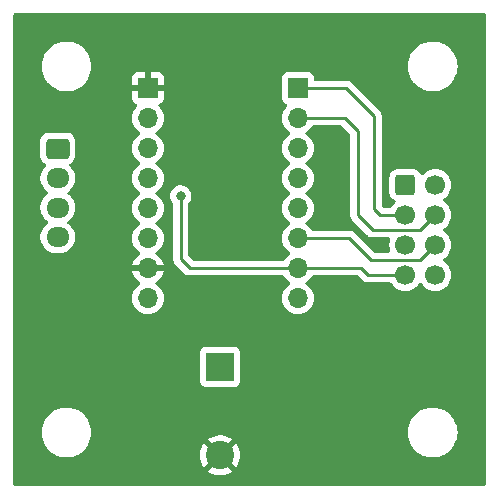
<source format=gbr>
%TF.GenerationSoftware,KiCad,Pcbnew,8.0.8*%
%TF.CreationDate,2025-02-17T18:22:25+00:00*%
%TF.ProjectId,tmc2208-adapter,746d6332-3230-4382-9d61-646170746572,rev?*%
%TF.SameCoordinates,Original*%
%TF.FileFunction,Copper,L2,Bot*%
%TF.FilePolarity,Positive*%
%FSLAX46Y46*%
G04 Gerber Fmt 4.6, Leading zero omitted, Abs format (unit mm)*
G04 Created by KiCad (PCBNEW 8.0.8) date 2025-02-17 18:22:25*
%MOMM*%
%LPD*%
G01*
G04 APERTURE LIST*
G04 Aperture macros list*
%AMRoundRect*
0 Rectangle with rounded corners*
0 $1 Rounding radius*
0 $2 $3 $4 $5 $6 $7 $8 $9 X,Y pos of 4 corners*
0 Add a 4 corners polygon primitive as box body*
4,1,4,$2,$3,$4,$5,$6,$7,$8,$9,$2,$3,0*
0 Add four circle primitives for the rounded corners*
1,1,$1+$1,$2,$3*
1,1,$1+$1,$4,$5*
1,1,$1+$1,$6,$7*
1,1,$1+$1,$8,$9*
0 Add four rect primitives between the rounded corners*
20,1,$1+$1,$2,$3,$4,$5,0*
20,1,$1+$1,$4,$5,$6,$7,0*
20,1,$1+$1,$6,$7,$8,$9,0*
20,1,$1+$1,$8,$9,$2,$3,0*%
G04 Aperture macros list end*
%TA.AperFunction,ComponentPad*%
%ADD10RoundRect,0.250000X-0.725000X0.600000X-0.725000X-0.600000X0.725000X-0.600000X0.725000X0.600000X0*%
%TD*%
%TA.AperFunction,ComponentPad*%
%ADD11O,1.950000X1.700000*%
%TD*%
%TA.AperFunction,ComponentPad*%
%ADD12C,1.700000*%
%TD*%
%TA.AperFunction,ComponentPad*%
%ADD13RoundRect,0.250000X-0.600000X-0.600000X0.600000X-0.600000X0.600000X0.600000X-0.600000X0.600000X0*%
%TD*%
%TA.AperFunction,ComponentPad*%
%ADD14R,1.700000X1.700000*%
%TD*%
%TA.AperFunction,ComponentPad*%
%ADD15O,1.700000X1.700000*%
%TD*%
%TA.AperFunction,ComponentPad*%
%ADD16R,2.400000X2.400000*%
%TD*%
%TA.AperFunction,ComponentPad*%
%ADD17C,2.400000*%
%TD*%
%TA.AperFunction,ViaPad*%
%ADD18C,0.800000*%
%TD*%
%TA.AperFunction,Conductor*%
%ADD19C,0.254000*%
%TD*%
G04 APERTURE END LIST*
D10*
%TO.P,J4,1,Pin_1*%
%TO.N,M2B*%
X199260000Y-86960000D03*
D11*
%TO.P,J4,2,Pin_2*%
%TO.N,M2A*%
X199260000Y-89460000D03*
%TO.P,J4,3,Pin_3*%
%TO.N,M1A*%
X199260000Y-91960000D03*
%TO.P,J4,4,Pin_4*%
%TO.N,M1B*%
X199260000Y-94460000D03*
%TD*%
D12*
%TO.P,J3,8,Pin_8*%
%TO.N,VCC*%
X231230000Y-97668000D03*
%TO.P,J3,7,Pin_7*%
%TO.N,MS1*%
X228690000Y-97668000D03*
%TO.P,J3,6,Pin_6*%
%TO.N,MS2*%
X231230000Y-95128000D03*
%TO.P,J3,5,Pin_5*%
%TO.N,GND*%
X228690000Y-95128000D03*
%TO.P,J3,4,Pin_4*%
%TO.N,STEP*%
X231230000Y-92588000D03*
%TO.P,J3,3,Pin_3*%
%TO.N,DIR*%
X228690000Y-92588000D03*
%TO.P,J3,2,Pin_2*%
%TO.N,EN*%
X231230000Y-90048000D03*
D13*
%TO.P,J3,1,Pin_1*%
%TO.N,+3V3*%
X228690000Y-90048000D03*
%TD*%
D14*
%TO.P,J2,1,Pin_1*%
%TO.N,DIR*%
X219580000Y-81840000D03*
D15*
%TO.P,J2,2,Pin_2*%
%TO.N,STEP*%
X219580000Y-84380000D03*
%TO.P,J2,3,Pin_3*%
%TO.N,CLK*%
X219580000Y-86920000D03*
%TO.P,J2,4,Pin_4*%
%TO.N,PDN*%
X219580000Y-89460000D03*
%TO.P,J2,5,Pin_5*%
%TO.N,UART*%
X219580000Y-92000000D03*
%TO.P,J2,6,Pin_6*%
%TO.N,MS2*%
X219580000Y-94540000D03*
%TO.P,J2,7,Pin_7*%
%TO.N,MS1*%
X219580000Y-97080000D03*
%TO.P,J2,8,Pin_8*%
%TO.N,EN*%
X219580000Y-99620000D03*
%TD*%
D14*
%TO.P,J1,1,Pin_1*%
%TO.N,GND*%
X206880000Y-81840000D03*
D15*
%TO.P,J1,2,Pin_2*%
%TO.N,+3V3*%
X206880000Y-84380000D03*
%TO.P,J1,3,Pin_3*%
%TO.N,M2B*%
X206880000Y-86920000D03*
%TO.P,J1,4,Pin_4*%
%TO.N,M2A*%
X206880000Y-89460000D03*
%TO.P,J1,5,Pin_5*%
%TO.N,M1A*%
X206880000Y-92000000D03*
%TO.P,J1,6,Pin_6*%
%TO.N,M1B*%
X206880000Y-94540000D03*
%TO.P,J1,7,Pin_7*%
%TO.N,GND*%
X206880000Y-97080000D03*
%TO.P,J1,8,Pin_8*%
%TO.N,VCC*%
X206880000Y-99620000D03*
%TD*%
D16*
%TO.P,C1,1*%
%TO.N,VCC*%
X213000000Y-105434785D03*
D17*
%TO.P,C1,2*%
%TO.N,GND*%
X213000000Y-112934785D03*
%TD*%
D18*
%TO.N,GND*%
X226623000Y-95193000D03*
X234000000Y-77000000D03*
X234000000Y-114000000D03*
X197000000Y-114000000D03*
X197000000Y-83000000D03*
X211000000Y-82000000D03*
X223000000Y-101000000D03*
X227000000Y-108000000D03*
X222000000Y-108000000D03*
X203000000Y-83000000D03*
X215000000Y-95000000D03*
X212000000Y-95000000D03*
X233000000Y-107000000D03*
X226000000Y-113000000D03*
X221000000Y-113000000D03*
X204000000Y-113000000D03*
X203000000Y-106000000D03*
X198000000Y-106000000D03*
X203000000Y-100000000D03*
X198000000Y-100000000D03*
X216000000Y-100000000D03*
X211000000Y-100000000D03*
X228000000Y-100000000D03*
X231000000Y-87000000D03*
X223000000Y-92000000D03*
X223000000Y-87000000D03*
X217000000Y-88000000D03*
X217000000Y-85000000D03*
X213000000Y-85000000D03*
X234000000Y-83000000D03*
X229000000Y-77000000D03*
X222000000Y-77000000D03*
X215000000Y-77000000D03*
X209000000Y-77000000D03*
X203000000Y-77000000D03*
X197000000Y-77000000D03*
%TO.N,MS1*%
X209674000Y-90984000D03*
%TD*%
D19*
%TO.N,MS1*%
X219580000Y-97080000D02*
X224969000Y-97080000D01*
X224969000Y-97080000D02*
X225557000Y-97668000D01*
X225557000Y-97668000D02*
X228690000Y-97668000D01*
%TO.N,MS2*%
X219580000Y-94540000D02*
X223953000Y-94540000D01*
X223953000Y-94540000D02*
X225806000Y-96393000D01*
X225806000Y-96393000D02*
X229965000Y-96393000D01*
X229965000Y-96393000D02*
X231230000Y-95128000D01*
%TO.N,STEP*%
X219580000Y-84380000D02*
X223572000Y-84380000D01*
X223572000Y-84380000D02*
X224663000Y-85471000D01*
X224663000Y-92583000D02*
X225933000Y-93853000D01*
X224663000Y-85471000D02*
X224663000Y-92583000D01*
X225933000Y-93853000D02*
X229965000Y-93853000D01*
X229965000Y-93853000D02*
X231230000Y-92588000D01*
%TO.N,DIR*%
X219580000Y-81840000D02*
X223699000Y-81840000D01*
X223699000Y-81840000D02*
X226060000Y-84201000D01*
X226060000Y-84201000D02*
X226060000Y-92075000D01*
X226060000Y-92075000D02*
X226573000Y-92588000D01*
X226573000Y-92588000D02*
X228690000Y-92588000D01*
%TO.N,MS1*%
X209674000Y-96318000D02*
X210436000Y-97080000D01*
X209674000Y-90984000D02*
X209674000Y-96318000D01*
X210436000Y-97080000D02*
X219580000Y-97080000D01*
%TD*%
%TA.AperFunction,Conductor*%
%TO.N,GND*%
G36*
X223327758Y-85027185D02*
G01*
X223348400Y-85043819D01*
X223999181Y-85694600D01*
X224032666Y-85755923D01*
X224035500Y-85782281D01*
X224035500Y-92521197D01*
X224035500Y-92644803D01*
X224059614Y-92766034D01*
X224064215Y-92777141D01*
X224064216Y-92777144D01*
X224106915Y-92880230D01*
X224106920Y-92880238D01*
X224161586Y-92962051D01*
X224161587Y-92962052D01*
X224175590Y-92983010D01*
X224175591Y-92983011D01*
X225445589Y-94253008D01*
X225497167Y-94304586D01*
X225532993Y-94340412D01*
X225635760Y-94409079D01*
X225635773Y-94409086D01*
X225734958Y-94450169D01*
X225749965Y-94456385D01*
X225749969Y-94456385D01*
X225749970Y-94456386D01*
X225871194Y-94480500D01*
X227307733Y-94480500D01*
X227374772Y-94500185D01*
X227420527Y-94552989D01*
X227430471Y-94622147D01*
X227420115Y-94656905D01*
X227416570Y-94664507D01*
X227416566Y-94664516D01*
X227355432Y-94892673D01*
X227355430Y-94892684D01*
X227334843Y-95127998D01*
X227334843Y-95128001D01*
X227355430Y-95363315D01*
X227355432Y-95363326D01*
X227416566Y-95591483D01*
X227418419Y-95596572D01*
X227416682Y-95597204D01*
X227425945Y-95658169D01*
X227397427Y-95721954D01*
X227338952Y-95760195D01*
X227303070Y-95765500D01*
X226117281Y-95765500D01*
X226050242Y-95745815D01*
X226029600Y-95729181D01*
X224353011Y-94052591D01*
X224353009Y-94052589D01*
X224340579Y-94044284D01*
X224328233Y-94036035D01*
X224250238Y-93983920D01*
X224250226Y-93983913D01*
X224216785Y-93970062D01*
X224136035Y-93936614D01*
X224136027Y-93936612D01*
X224014807Y-93912500D01*
X224014803Y-93912500D01*
X220853826Y-93912500D01*
X220786787Y-93892815D01*
X220752251Y-93859623D01*
X220618494Y-93668597D01*
X220451402Y-93501506D01*
X220451396Y-93501501D01*
X220265842Y-93371575D01*
X220222217Y-93316998D01*
X220215023Y-93247500D01*
X220246546Y-93185145D01*
X220265842Y-93168425D01*
X220342068Y-93115051D01*
X220451401Y-93038495D01*
X220618495Y-92871401D01*
X220754035Y-92677830D01*
X220853903Y-92463663D01*
X220915063Y-92235408D01*
X220935659Y-92000000D01*
X220915063Y-91764592D01*
X220853903Y-91536337D01*
X220754035Y-91322171D01*
X220751115Y-91318000D01*
X220618494Y-91128597D01*
X220451402Y-90961506D01*
X220451396Y-90961501D01*
X220265842Y-90831575D01*
X220222217Y-90776998D01*
X220215023Y-90707500D01*
X220246546Y-90645145D01*
X220265842Y-90628425D01*
X220292611Y-90609681D01*
X220451401Y-90498495D01*
X220618495Y-90331401D01*
X220754035Y-90137830D01*
X220853903Y-89923663D01*
X220915063Y-89695408D01*
X220935659Y-89460000D01*
X220915063Y-89224592D01*
X220853903Y-88996337D01*
X220754035Y-88782171D01*
X220748383Y-88774098D01*
X220618494Y-88588597D01*
X220451402Y-88421506D01*
X220451396Y-88421501D01*
X220265842Y-88291575D01*
X220222217Y-88236998D01*
X220215023Y-88167500D01*
X220246546Y-88105145D01*
X220265842Y-88088425D01*
X220351201Y-88028656D01*
X220451401Y-87958495D01*
X220618495Y-87791401D01*
X220754035Y-87597830D01*
X220853903Y-87383663D01*
X220915063Y-87155408D01*
X220935659Y-86920000D01*
X220915063Y-86684592D01*
X220853903Y-86456337D01*
X220754035Y-86242171D01*
X220729551Y-86207203D01*
X220618494Y-86048597D01*
X220451402Y-85881506D01*
X220451396Y-85881501D01*
X220265842Y-85751575D01*
X220222217Y-85696998D01*
X220215023Y-85627500D01*
X220246546Y-85565145D01*
X220265842Y-85548425D01*
X220288026Y-85532891D01*
X220451401Y-85418495D01*
X220618495Y-85251401D01*
X220752252Y-85060375D01*
X220806829Y-85016752D01*
X220853827Y-85007500D01*
X223260719Y-85007500D01*
X223327758Y-85027185D01*
G37*
%TD.AperFunction*%
%TA.AperFunction,Conductor*%
G36*
X235442539Y-75520185D02*
G01*
X235488294Y-75572989D01*
X235499500Y-75624500D01*
X235499500Y-115375500D01*
X235479815Y-115442539D01*
X235427011Y-115488294D01*
X235375500Y-115499500D01*
X195624500Y-115499500D01*
X195557461Y-115479815D01*
X195511706Y-115427011D01*
X195500500Y-115375500D01*
X195500500Y-111000000D01*
X197894592Y-111000000D01*
X197914201Y-111286680D01*
X197972666Y-111568034D01*
X197972667Y-111568037D01*
X198068894Y-111838793D01*
X198068893Y-111838793D01*
X198201098Y-112093935D01*
X198366812Y-112328700D01*
X198451923Y-112419831D01*
X198562947Y-112538708D01*
X198785853Y-112720055D01*
X199009065Y-112855794D01*
X199031382Y-112869365D01*
X199218237Y-112950526D01*
X199294942Y-112983844D01*
X199571642Y-113061371D01*
X199821920Y-113095771D01*
X199856321Y-113100500D01*
X199856322Y-113100500D01*
X200143679Y-113100500D01*
X200174370Y-113096281D01*
X200428358Y-113061371D01*
X200705058Y-112983844D01*
X200818013Y-112934780D01*
X211295233Y-112934780D01*
X211295233Y-112934789D01*
X211314273Y-113188864D01*
X211370968Y-113437262D01*
X211370973Y-113437279D01*
X211464058Y-113674456D01*
X211464057Y-113674456D01*
X211591457Y-113895117D01*
X211633452Y-113947778D01*
X212435387Y-113145843D01*
X212440889Y-113166376D01*
X212519881Y-113303193D01*
X212631592Y-113414904D01*
X212768409Y-113493896D01*
X212788940Y-113499397D01*
X211986813Y-114301522D01*
X212147623Y-114411160D01*
X212147624Y-114411161D01*
X212377176Y-114521706D01*
X212377174Y-114521706D01*
X212620652Y-114596809D01*
X212620658Y-114596811D01*
X212872595Y-114634784D01*
X212872604Y-114634785D01*
X213127396Y-114634785D01*
X213127404Y-114634784D01*
X213379341Y-114596811D01*
X213379347Y-114596809D01*
X213622824Y-114521706D01*
X213852381Y-114411158D01*
X214013185Y-114301522D01*
X213211059Y-113499397D01*
X213231591Y-113493896D01*
X213368408Y-113414904D01*
X213480119Y-113303193D01*
X213559111Y-113166376D01*
X213564612Y-113145845D01*
X214366545Y-113947778D01*
X214408545Y-113895112D01*
X214535941Y-113674456D01*
X214629026Y-113437279D01*
X214629031Y-113437262D01*
X214685726Y-113188864D01*
X214704767Y-112934789D01*
X214704767Y-112934780D01*
X214685726Y-112680705D01*
X214629031Y-112432307D01*
X214629026Y-112432290D01*
X214535941Y-112195113D01*
X214535942Y-112195113D01*
X214408544Y-111974456D01*
X214366545Y-111921790D01*
X213564612Y-112723724D01*
X213559111Y-112703194D01*
X213480119Y-112566377D01*
X213368408Y-112454666D01*
X213231591Y-112375674D01*
X213211058Y-112370172D01*
X214013185Y-111568046D01*
X213852377Y-111458409D01*
X213852376Y-111458408D01*
X213622823Y-111347863D01*
X213622825Y-111347863D01*
X213379347Y-111272760D01*
X213379341Y-111272758D01*
X213127404Y-111234785D01*
X212872595Y-111234785D01*
X212620658Y-111272758D01*
X212620652Y-111272760D01*
X212377175Y-111347863D01*
X212147624Y-111458408D01*
X212147616Y-111458413D01*
X211986813Y-111568046D01*
X212788940Y-112370172D01*
X212768409Y-112375674D01*
X212631592Y-112454666D01*
X212519881Y-112566377D01*
X212440889Y-112703194D01*
X212435387Y-112723725D01*
X211633453Y-111921791D01*
X211591455Y-111974455D01*
X211464058Y-112195113D01*
X211370973Y-112432290D01*
X211370968Y-112432307D01*
X211314273Y-112680705D01*
X211295233Y-112934780D01*
X200818013Y-112934780D01*
X200818015Y-112934779D01*
X200968617Y-112869365D01*
X200968620Y-112869363D01*
X200968625Y-112869361D01*
X201214147Y-112720055D01*
X201437053Y-112538708D01*
X201633189Y-112328698D01*
X201798901Y-112093936D01*
X201931104Y-111838797D01*
X202027334Y-111568032D01*
X202085798Y-111286686D01*
X202105408Y-111000000D01*
X228894592Y-111000000D01*
X228914201Y-111286680D01*
X228972666Y-111568034D01*
X228972667Y-111568037D01*
X229068894Y-111838793D01*
X229068893Y-111838793D01*
X229201098Y-112093935D01*
X229366812Y-112328700D01*
X229451923Y-112419831D01*
X229562947Y-112538708D01*
X229785853Y-112720055D01*
X230009065Y-112855794D01*
X230031382Y-112869365D01*
X230218237Y-112950526D01*
X230294942Y-112983844D01*
X230571642Y-113061371D01*
X230821920Y-113095771D01*
X230856321Y-113100500D01*
X230856322Y-113100500D01*
X231143679Y-113100500D01*
X231174370Y-113096281D01*
X231428358Y-113061371D01*
X231705058Y-112983844D01*
X231818015Y-112934779D01*
X231968617Y-112869365D01*
X231968620Y-112869363D01*
X231968625Y-112869361D01*
X232214147Y-112720055D01*
X232437053Y-112538708D01*
X232633189Y-112328698D01*
X232798901Y-112093936D01*
X232931104Y-111838797D01*
X233027334Y-111568032D01*
X233085798Y-111286686D01*
X233105408Y-111000000D01*
X233085798Y-110713314D01*
X233027334Y-110431968D01*
X232931105Y-110161206D01*
X232931106Y-110161206D01*
X232798901Y-109906064D01*
X232633187Y-109671299D01*
X232554554Y-109587105D01*
X232437053Y-109461292D01*
X232214147Y-109279945D01*
X232214146Y-109279944D01*
X231968617Y-109130634D01*
X231705063Y-109016158D01*
X231705061Y-109016157D01*
X231705058Y-109016156D01*
X231575578Y-108979877D01*
X231428364Y-108938630D01*
X231428359Y-108938629D01*
X231428358Y-108938629D01*
X231286018Y-108919064D01*
X231143679Y-108899500D01*
X231143678Y-108899500D01*
X230856322Y-108899500D01*
X230856321Y-108899500D01*
X230571642Y-108938629D01*
X230571635Y-108938630D01*
X230363861Y-108996845D01*
X230294942Y-109016156D01*
X230294939Y-109016156D01*
X230294936Y-109016158D01*
X230294935Y-109016158D01*
X230031382Y-109130634D01*
X229785853Y-109279944D01*
X229562950Y-109461289D01*
X229366812Y-109671299D01*
X229201098Y-109906064D01*
X229068894Y-110161206D01*
X228972667Y-110431962D01*
X228972666Y-110431965D01*
X228914201Y-110713319D01*
X228894592Y-111000000D01*
X202105408Y-111000000D01*
X202085798Y-110713314D01*
X202027334Y-110431968D01*
X201931105Y-110161206D01*
X201931106Y-110161206D01*
X201798901Y-109906064D01*
X201633187Y-109671299D01*
X201554554Y-109587105D01*
X201437053Y-109461292D01*
X201214147Y-109279945D01*
X201214146Y-109279944D01*
X200968617Y-109130634D01*
X200705063Y-109016158D01*
X200705061Y-109016157D01*
X200705058Y-109016156D01*
X200575578Y-108979877D01*
X200428364Y-108938630D01*
X200428359Y-108938629D01*
X200428358Y-108938629D01*
X200286018Y-108919064D01*
X200143679Y-108899500D01*
X200143678Y-108899500D01*
X199856322Y-108899500D01*
X199856321Y-108899500D01*
X199571642Y-108938629D01*
X199571635Y-108938630D01*
X199363861Y-108996845D01*
X199294942Y-109016156D01*
X199294939Y-109016156D01*
X199294936Y-109016158D01*
X199294935Y-109016158D01*
X199031382Y-109130634D01*
X198785853Y-109279944D01*
X198562950Y-109461289D01*
X198366812Y-109671299D01*
X198201098Y-109906064D01*
X198068894Y-110161206D01*
X197972667Y-110431962D01*
X197972666Y-110431965D01*
X197914201Y-110713319D01*
X197894592Y-111000000D01*
X195500500Y-111000000D01*
X195500500Y-104186920D01*
X211299500Y-104186920D01*
X211299500Y-106682655D01*
X211299501Y-106682661D01*
X211305908Y-106742268D01*
X211356202Y-106877113D01*
X211356206Y-106877120D01*
X211442452Y-106992329D01*
X211442455Y-106992332D01*
X211557664Y-107078578D01*
X211557671Y-107078582D01*
X211692517Y-107128876D01*
X211692516Y-107128876D01*
X211699444Y-107129620D01*
X211752127Y-107135285D01*
X214247872Y-107135284D01*
X214307483Y-107128876D01*
X214442331Y-107078581D01*
X214557546Y-106992331D01*
X214643796Y-106877116D01*
X214694091Y-106742268D01*
X214700500Y-106682658D01*
X214700499Y-104186913D01*
X214694091Y-104127302D01*
X214643796Y-103992454D01*
X214643795Y-103992453D01*
X214643793Y-103992449D01*
X214557547Y-103877240D01*
X214557544Y-103877237D01*
X214442335Y-103790991D01*
X214442328Y-103790987D01*
X214307482Y-103740693D01*
X214307483Y-103740693D01*
X214247883Y-103734286D01*
X214247881Y-103734285D01*
X214247873Y-103734285D01*
X214247864Y-103734285D01*
X211752129Y-103734285D01*
X211752123Y-103734286D01*
X211692516Y-103740693D01*
X211557671Y-103790987D01*
X211557664Y-103790991D01*
X211442455Y-103877237D01*
X211442452Y-103877240D01*
X211356206Y-103992449D01*
X211356202Y-103992456D01*
X211305908Y-104127302D01*
X211299501Y-104186901D01*
X211299501Y-104186908D01*
X211299500Y-104186920D01*
X195500500Y-104186920D01*
X195500500Y-86309983D01*
X197784500Y-86309983D01*
X197784500Y-87610001D01*
X197784501Y-87610018D01*
X197795000Y-87712796D01*
X197795001Y-87712799D01*
X197821048Y-87791402D01*
X197850186Y-87879334D01*
X197899014Y-87958498D01*
X197942289Y-88028657D01*
X198066344Y-88152712D01*
X198221120Y-88248178D01*
X198267845Y-88300126D01*
X198279068Y-88369088D01*
X198251224Y-88433171D01*
X198243706Y-88441398D01*
X198104889Y-88580215D01*
X197979951Y-88752179D01*
X197883444Y-88941585D01*
X197817753Y-89143760D01*
X197806205Y-89216671D01*
X197784500Y-89353713D01*
X197784500Y-89566287D01*
X197817754Y-89776243D01*
X197865654Y-89923664D01*
X197883444Y-89978414D01*
X197979951Y-90167820D01*
X198104890Y-90339786D01*
X198255209Y-90490105D01*
X198255214Y-90490109D01*
X198419793Y-90609682D01*
X198462459Y-90665011D01*
X198468438Y-90734625D01*
X198435833Y-90796420D01*
X198419793Y-90810318D01*
X198255214Y-90929890D01*
X198255209Y-90929894D01*
X198104890Y-91080213D01*
X197979951Y-91252179D01*
X197883444Y-91441585D01*
X197817753Y-91643760D01*
X197784500Y-91853713D01*
X197784500Y-92066286D01*
X197811285Y-92235403D01*
X197817754Y-92276243D01*
X197865137Y-92422073D01*
X197883444Y-92478414D01*
X197979951Y-92667820D01*
X198104890Y-92839786D01*
X198255209Y-92990105D01*
X198255214Y-92990109D01*
X198419793Y-93109682D01*
X198462459Y-93165011D01*
X198468438Y-93234625D01*
X198435833Y-93296420D01*
X198419793Y-93310318D01*
X198255214Y-93429890D01*
X198255209Y-93429894D01*
X198104890Y-93580213D01*
X197979951Y-93752179D01*
X197883444Y-93941585D01*
X197817753Y-94143760D01*
X197784500Y-94353713D01*
X197784500Y-94566286D01*
X197817622Y-94775413D01*
X197817754Y-94776243D01*
X197855558Y-94892592D01*
X197883444Y-94978414D01*
X197979951Y-95167820D01*
X198104890Y-95339786D01*
X198255213Y-95490109D01*
X198427179Y-95615048D01*
X198427181Y-95615049D01*
X198427184Y-95615051D01*
X198616588Y-95711557D01*
X198818757Y-95777246D01*
X199028713Y-95810500D01*
X199028714Y-95810500D01*
X199491286Y-95810500D01*
X199491287Y-95810500D01*
X199701243Y-95777246D01*
X199903412Y-95711557D01*
X200092816Y-95615051D01*
X200143127Y-95578498D01*
X200264786Y-95490109D01*
X200264788Y-95490106D01*
X200264792Y-95490104D01*
X200415104Y-95339792D01*
X200415106Y-95339788D01*
X200415109Y-95339786D01*
X200540048Y-95167820D01*
X200540047Y-95167820D01*
X200540051Y-95167816D01*
X200636557Y-94978412D01*
X200702246Y-94776243D01*
X200735500Y-94566287D01*
X200735500Y-94353713D01*
X200702246Y-94143757D01*
X200636557Y-93941588D01*
X200540051Y-93752184D01*
X200540049Y-93752181D01*
X200540048Y-93752179D01*
X200415109Y-93580213D01*
X200264792Y-93429896D01*
X200184519Y-93371575D01*
X200100204Y-93310316D01*
X200057540Y-93254989D01*
X200051561Y-93185376D01*
X200084166Y-93123580D01*
X200100199Y-93109686D01*
X200264792Y-92990104D01*
X200415104Y-92839792D01*
X200415106Y-92839788D01*
X200415109Y-92839786D01*
X200524086Y-92689789D01*
X200540051Y-92667816D01*
X200636557Y-92478412D01*
X200702246Y-92276243D01*
X200735500Y-92066287D01*
X200735500Y-91853713D01*
X200702246Y-91643757D01*
X200636557Y-91441588D01*
X200540051Y-91252184D01*
X200540049Y-91252181D01*
X200540048Y-91252179D01*
X200415109Y-91080213D01*
X200264792Y-90929896D01*
X200250341Y-90919397D01*
X200100204Y-90810316D01*
X200057540Y-90754989D01*
X200051561Y-90685376D01*
X200084166Y-90623580D01*
X200100199Y-90609686D01*
X200264792Y-90490104D01*
X200415104Y-90339792D01*
X200415106Y-90339788D01*
X200415109Y-90339786D01*
X200540048Y-90167820D01*
X200540047Y-90167820D01*
X200540051Y-90167816D01*
X200636557Y-89978412D01*
X200702246Y-89776243D01*
X200735500Y-89566287D01*
X200735500Y-89353713D01*
X200702246Y-89143757D01*
X200636557Y-88941588D01*
X200540051Y-88752184D01*
X200540049Y-88752181D01*
X200540048Y-88752179D01*
X200415109Y-88580213D01*
X200276294Y-88441398D01*
X200242809Y-88380075D01*
X200247793Y-88310383D01*
X200289665Y-88254450D01*
X200298879Y-88248178D01*
X200304331Y-88244814D01*
X200304334Y-88244814D01*
X200453656Y-88152712D01*
X200577712Y-88028656D01*
X200669814Y-87879334D01*
X200724999Y-87712797D01*
X200735500Y-87610009D01*
X200735499Y-86309992D01*
X200724999Y-86207203D01*
X200669814Y-86040666D01*
X200577712Y-85891344D01*
X200453656Y-85767288D01*
X200304334Y-85675186D01*
X200137797Y-85620001D01*
X200137795Y-85620000D01*
X200035010Y-85609500D01*
X198484998Y-85609500D01*
X198484981Y-85609501D01*
X198382203Y-85620000D01*
X198382200Y-85620001D01*
X198215668Y-85675185D01*
X198215663Y-85675187D01*
X198066342Y-85767289D01*
X197942289Y-85891342D01*
X197850187Y-86040663D01*
X197850186Y-86040666D01*
X197795001Y-86207203D01*
X197795001Y-86207204D01*
X197795000Y-86207204D01*
X197784500Y-86309983D01*
X195500500Y-86309983D01*
X195500500Y-84379999D01*
X205524341Y-84379999D01*
X205524341Y-84380000D01*
X205544936Y-84615403D01*
X205544938Y-84615413D01*
X205606094Y-84843655D01*
X205606096Y-84843659D01*
X205606097Y-84843663D01*
X205671346Y-84983589D01*
X205705965Y-85057830D01*
X205705967Y-85057834D01*
X205841501Y-85251395D01*
X205841506Y-85251402D01*
X206008597Y-85418493D01*
X206008603Y-85418498D01*
X206194158Y-85548425D01*
X206237783Y-85603002D01*
X206244977Y-85672500D01*
X206213454Y-85734855D01*
X206194158Y-85751575D01*
X206008597Y-85881505D01*
X205841505Y-86048597D01*
X205705965Y-86242169D01*
X205705964Y-86242171D01*
X205606098Y-86456335D01*
X205606094Y-86456344D01*
X205544938Y-86684586D01*
X205544936Y-86684596D01*
X205524341Y-86919999D01*
X205524341Y-86920000D01*
X205544936Y-87155403D01*
X205544938Y-87155413D01*
X205606094Y-87383655D01*
X205606096Y-87383659D01*
X205606097Y-87383663D01*
X205705965Y-87597830D01*
X205705967Y-87597834D01*
X205841501Y-87791395D01*
X205841506Y-87791402D01*
X206008597Y-87958493D01*
X206008603Y-87958498D01*
X206194158Y-88088425D01*
X206237783Y-88143002D01*
X206244977Y-88212500D01*
X206213454Y-88274855D01*
X206194158Y-88291575D01*
X206008597Y-88421505D01*
X205841505Y-88588597D01*
X205705965Y-88782169D01*
X205705964Y-88782171D01*
X205606098Y-88996335D01*
X205606094Y-88996344D01*
X205544938Y-89224586D01*
X205544936Y-89224596D01*
X205524341Y-89459999D01*
X205524341Y-89460000D01*
X205544936Y-89695403D01*
X205544938Y-89695413D01*
X205606094Y-89923655D01*
X205606096Y-89923659D01*
X205606097Y-89923663D01*
X205698983Y-90122857D01*
X205705965Y-90137830D01*
X205705967Y-90137834D01*
X205807896Y-90283403D01*
X205827298Y-90311112D01*
X205841501Y-90331395D01*
X205841506Y-90331402D01*
X206008597Y-90498493D01*
X206008603Y-90498498D01*
X206194158Y-90628425D01*
X206237783Y-90683002D01*
X206244977Y-90752500D01*
X206213454Y-90814855D01*
X206194158Y-90831575D01*
X206008597Y-90961505D01*
X205841505Y-91128597D01*
X205705965Y-91322169D01*
X205705964Y-91322171D01*
X205606098Y-91536335D01*
X205606094Y-91536344D01*
X205544938Y-91764586D01*
X205544936Y-91764596D01*
X205524341Y-91999999D01*
X205524341Y-92000000D01*
X205544936Y-92235403D01*
X205544938Y-92235413D01*
X205606094Y-92463655D01*
X205606096Y-92463659D01*
X205606097Y-92463663D01*
X205690563Y-92644800D01*
X205705965Y-92677830D01*
X205705967Y-92677834D01*
X205841501Y-92871395D01*
X205841506Y-92871402D01*
X206008597Y-93038493D01*
X206008603Y-93038498D01*
X206194158Y-93168425D01*
X206237783Y-93223002D01*
X206244977Y-93292500D01*
X206213454Y-93354855D01*
X206194158Y-93371575D01*
X206008597Y-93501505D01*
X205841505Y-93668597D01*
X205705965Y-93862169D01*
X205705964Y-93862171D01*
X205606098Y-94076335D01*
X205606094Y-94076344D01*
X205544938Y-94304586D01*
X205544936Y-94304596D01*
X205524341Y-94539999D01*
X205524341Y-94540000D01*
X205544936Y-94775403D01*
X205544938Y-94775413D01*
X205606094Y-95003655D01*
X205606096Y-95003659D01*
X205606097Y-95003663D01*
X205664077Y-95128001D01*
X205705965Y-95217830D01*
X205705967Y-95217834D01*
X205841501Y-95411395D01*
X205841506Y-95411402D01*
X206008597Y-95578493D01*
X206008603Y-95578498D01*
X206194594Y-95708730D01*
X206238219Y-95763307D01*
X206245413Y-95832805D01*
X206213890Y-95895160D01*
X206194595Y-95911880D01*
X206008922Y-96041890D01*
X206008920Y-96041891D01*
X205841891Y-96208920D01*
X205841886Y-96208926D01*
X205706400Y-96402420D01*
X205706399Y-96402422D01*
X205606570Y-96616507D01*
X205606567Y-96616513D01*
X205549364Y-96829999D01*
X205549364Y-96830000D01*
X206446988Y-96830000D01*
X206414075Y-96887007D01*
X206380000Y-97014174D01*
X206380000Y-97145826D01*
X206414075Y-97272993D01*
X206446988Y-97330000D01*
X205549364Y-97330000D01*
X205606567Y-97543486D01*
X205606570Y-97543492D01*
X205706399Y-97757578D01*
X205841894Y-97951082D01*
X206008917Y-98118105D01*
X206194595Y-98248119D01*
X206238219Y-98302696D01*
X206245412Y-98372195D01*
X206213890Y-98434549D01*
X206194595Y-98451269D01*
X206008594Y-98581508D01*
X205841505Y-98748597D01*
X205705965Y-98942169D01*
X205705964Y-98942171D01*
X205606098Y-99156335D01*
X205606094Y-99156344D01*
X205544938Y-99384586D01*
X205544936Y-99384596D01*
X205524341Y-99619999D01*
X205524341Y-99620000D01*
X205544936Y-99855403D01*
X205544938Y-99855413D01*
X205606094Y-100083655D01*
X205606096Y-100083659D01*
X205606097Y-100083663D01*
X205705965Y-100297830D01*
X205705967Y-100297834D01*
X205814281Y-100452521D01*
X205841505Y-100491401D01*
X206008599Y-100658495D01*
X206105384Y-100726265D01*
X206202165Y-100794032D01*
X206202167Y-100794033D01*
X206202170Y-100794035D01*
X206416337Y-100893903D01*
X206644592Y-100955063D01*
X206832918Y-100971539D01*
X206879999Y-100975659D01*
X206880000Y-100975659D01*
X206880001Y-100975659D01*
X206919234Y-100972226D01*
X207115408Y-100955063D01*
X207343663Y-100893903D01*
X207557830Y-100794035D01*
X207751401Y-100658495D01*
X207918495Y-100491401D01*
X208054035Y-100297830D01*
X208153903Y-100083663D01*
X208215063Y-99855408D01*
X208235659Y-99620000D01*
X208215063Y-99384592D01*
X208153903Y-99156337D01*
X208054035Y-98942171D01*
X208053848Y-98941903D01*
X207918494Y-98748597D01*
X207751402Y-98581506D01*
X207751401Y-98581505D01*
X207565405Y-98451269D01*
X207521781Y-98396692D01*
X207514588Y-98327193D01*
X207546110Y-98264839D01*
X207565405Y-98248119D01*
X207751082Y-98118105D01*
X207918105Y-97951082D01*
X208053600Y-97757578D01*
X208153429Y-97543492D01*
X208153432Y-97543486D01*
X208210636Y-97330000D01*
X207313012Y-97330000D01*
X207345925Y-97272993D01*
X207380000Y-97145826D01*
X207380000Y-97014174D01*
X207345925Y-96887007D01*
X207313012Y-96830000D01*
X208210636Y-96830000D01*
X208210635Y-96829999D01*
X208153432Y-96616513D01*
X208153429Y-96616507D01*
X208053600Y-96402422D01*
X208053599Y-96402420D01*
X207918113Y-96208926D01*
X207918108Y-96208920D01*
X207751078Y-96041890D01*
X207565405Y-95911879D01*
X207521780Y-95857302D01*
X207514588Y-95787804D01*
X207546110Y-95725449D01*
X207565406Y-95708730D01*
X207565842Y-95708425D01*
X207751401Y-95578495D01*
X207918495Y-95411401D01*
X208054035Y-95217830D01*
X208153903Y-95003663D01*
X208215063Y-94775408D01*
X208235659Y-94540000D01*
X208215063Y-94304592D01*
X208153903Y-94076337D01*
X208054035Y-93862171D01*
X208051115Y-93858000D01*
X207918494Y-93668597D01*
X207751402Y-93501506D01*
X207751396Y-93501501D01*
X207565842Y-93371575D01*
X207522217Y-93316998D01*
X207515023Y-93247500D01*
X207546546Y-93185145D01*
X207565842Y-93168425D01*
X207642068Y-93115051D01*
X207751401Y-93038495D01*
X207918495Y-92871401D01*
X208054035Y-92677830D01*
X208153903Y-92463663D01*
X208215063Y-92235408D01*
X208235659Y-92000000D01*
X208215063Y-91764592D01*
X208153903Y-91536337D01*
X208054035Y-91322171D01*
X208051115Y-91318000D01*
X207918494Y-91128597D01*
X207773896Y-90984000D01*
X208768540Y-90984000D01*
X208788326Y-91172256D01*
X208788327Y-91172259D01*
X208846818Y-91352277D01*
X208846821Y-91352284D01*
X208937141Y-91508724D01*
X208941467Y-91516216D01*
X209014651Y-91597494D01*
X209044880Y-91660484D01*
X209046500Y-91680465D01*
X209046500Y-96379807D01*
X209070612Y-96501028D01*
X209070614Y-96501034D01*
X209101681Y-96576035D01*
X209101680Y-96576035D01*
X209101681Y-96576036D01*
X209117913Y-96615225D01*
X209117923Y-96615243D01*
X209186585Y-96718003D01*
X209186591Y-96718011D01*
X209948589Y-97480008D01*
X210012067Y-97543486D01*
X210035994Y-97567413D01*
X210035996Y-97567414D01*
X210138756Y-97636076D01*
X210138758Y-97636077D01*
X210138767Y-97636083D01*
X210163772Y-97646440D01*
X210186071Y-97655677D01*
X210215822Y-97668000D01*
X210252966Y-97683386D01*
X210374192Y-97707499D01*
X210374196Y-97707500D01*
X210374197Y-97707500D01*
X218306173Y-97707500D01*
X218373212Y-97727185D01*
X218407748Y-97760376D01*
X218541505Y-97951401D01*
X218708597Y-98118493D01*
X218708603Y-98118498D01*
X218894158Y-98248425D01*
X218937783Y-98303002D01*
X218944977Y-98372500D01*
X218913454Y-98434855D01*
X218894158Y-98451575D01*
X218708597Y-98581505D01*
X218541505Y-98748597D01*
X218405965Y-98942169D01*
X218405964Y-98942171D01*
X218306098Y-99156335D01*
X218306094Y-99156344D01*
X218244938Y-99384586D01*
X218244936Y-99384596D01*
X218224341Y-99619999D01*
X218224341Y-99620000D01*
X218244936Y-99855403D01*
X218244938Y-99855413D01*
X218306094Y-100083655D01*
X218306096Y-100083659D01*
X218306097Y-100083663D01*
X218405965Y-100297830D01*
X218405967Y-100297834D01*
X218514281Y-100452521D01*
X218541505Y-100491401D01*
X218708599Y-100658495D01*
X218805384Y-100726265D01*
X218902165Y-100794032D01*
X218902167Y-100794033D01*
X218902170Y-100794035D01*
X219116337Y-100893903D01*
X219344592Y-100955063D01*
X219532918Y-100971539D01*
X219579999Y-100975659D01*
X219580000Y-100975659D01*
X219580001Y-100975659D01*
X219619234Y-100972226D01*
X219815408Y-100955063D01*
X220043663Y-100893903D01*
X220257830Y-100794035D01*
X220451401Y-100658495D01*
X220618495Y-100491401D01*
X220754035Y-100297830D01*
X220853903Y-100083663D01*
X220915063Y-99855408D01*
X220935659Y-99620000D01*
X220915063Y-99384592D01*
X220853903Y-99156337D01*
X220754035Y-98942171D01*
X220753848Y-98941903D01*
X220618494Y-98748597D01*
X220451402Y-98581506D01*
X220451396Y-98581501D01*
X220265842Y-98451575D01*
X220222217Y-98396998D01*
X220215023Y-98327500D01*
X220246546Y-98265145D01*
X220265842Y-98248425D01*
X220398675Y-98155414D01*
X220451401Y-98118495D01*
X220618495Y-97951401D01*
X220752252Y-97760375D01*
X220806829Y-97716752D01*
X220853827Y-97707500D01*
X224657719Y-97707500D01*
X224724758Y-97727185D01*
X224745400Y-97743819D01*
X225069589Y-98068008D01*
X225119686Y-98118105D01*
X225156994Y-98155413D01*
X225156996Y-98155414D01*
X225259756Y-98224076D01*
X225259758Y-98224077D01*
X225259767Y-98224083D01*
X225284772Y-98234440D01*
X225307071Y-98243677D01*
X225332078Y-98254035D01*
X225373966Y-98271386D01*
X225495192Y-98295499D01*
X225495196Y-98295500D01*
X225495197Y-98295500D01*
X227416173Y-98295500D01*
X227483212Y-98315185D01*
X227517747Y-98348375D01*
X227651505Y-98539401D01*
X227818599Y-98706495D01*
X227878727Y-98748597D01*
X228012165Y-98842032D01*
X228012167Y-98842033D01*
X228012170Y-98842035D01*
X228226337Y-98941903D01*
X228226343Y-98941904D01*
X228226344Y-98941905D01*
X228227337Y-98942171D01*
X228454592Y-99003063D01*
X228642918Y-99019539D01*
X228689999Y-99023659D01*
X228690000Y-99023659D01*
X228690001Y-99023659D01*
X228729234Y-99020226D01*
X228925408Y-99003063D01*
X229153663Y-98941903D01*
X229367830Y-98842035D01*
X229561401Y-98706495D01*
X229728495Y-98539401D01*
X229858425Y-98353842D01*
X229913002Y-98310217D01*
X229982500Y-98303023D01*
X230044855Y-98334546D01*
X230061575Y-98353842D01*
X230191500Y-98539395D01*
X230191505Y-98539401D01*
X230358599Y-98706495D01*
X230418727Y-98748597D01*
X230552165Y-98842032D01*
X230552167Y-98842033D01*
X230552170Y-98842035D01*
X230766337Y-98941903D01*
X230766343Y-98941904D01*
X230766344Y-98941905D01*
X230767337Y-98942171D01*
X230994592Y-99003063D01*
X231182918Y-99019539D01*
X231229999Y-99023659D01*
X231230000Y-99023659D01*
X231230001Y-99023659D01*
X231269234Y-99020226D01*
X231465408Y-99003063D01*
X231693663Y-98941903D01*
X231907830Y-98842035D01*
X232101401Y-98706495D01*
X232268495Y-98539401D01*
X232404035Y-98345830D01*
X232503903Y-98131663D01*
X232565063Y-97903408D01*
X232585659Y-97668000D01*
X232565063Y-97432592D01*
X232503903Y-97204337D01*
X232404035Y-96990171D01*
X232268495Y-96796599D01*
X232268494Y-96796597D01*
X232101402Y-96629506D01*
X232101396Y-96629501D01*
X231915842Y-96499575D01*
X231872217Y-96444998D01*
X231865023Y-96375500D01*
X231896546Y-96313145D01*
X231915842Y-96296425D01*
X232040803Y-96208926D01*
X232101401Y-96166495D01*
X232268495Y-95999401D01*
X232404035Y-95805830D01*
X232503903Y-95591663D01*
X232565063Y-95363408D01*
X232585659Y-95128000D01*
X232565063Y-94892592D01*
X232503903Y-94664337D01*
X232404035Y-94450171D01*
X232375263Y-94409079D01*
X232268494Y-94256597D01*
X232101402Y-94089506D01*
X232101396Y-94089501D01*
X231915842Y-93959575D01*
X231872217Y-93904998D01*
X231865023Y-93835500D01*
X231896546Y-93773145D01*
X231915842Y-93756425D01*
X232041273Y-93668597D01*
X232101401Y-93626495D01*
X232268495Y-93459401D01*
X232404035Y-93265830D01*
X232503903Y-93051663D01*
X232565063Y-92823408D01*
X232585659Y-92588000D01*
X232565063Y-92352592D01*
X232503903Y-92124337D01*
X232404035Y-91910171D01*
X232398425Y-91902158D01*
X232268494Y-91716597D01*
X232101402Y-91549506D01*
X232101396Y-91549501D01*
X231915842Y-91419575D01*
X231872217Y-91364998D01*
X231865023Y-91295500D01*
X231896546Y-91233145D01*
X231915842Y-91216425D01*
X232058325Y-91116657D01*
X232101401Y-91086495D01*
X232268495Y-90919401D01*
X232404035Y-90725830D01*
X232503903Y-90511663D01*
X232565063Y-90283408D01*
X232585659Y-90048000D01*
X232565063Y-89812592D01*
X232503903Y-89584337D01*
X232404035Y-89370171D01*
X232271527Y-89180928D01*
X232268494Y-89176597D01*
X232101402Y-89009506D01*
X232101395Y-89009501D01*
X231907834Y-88873967D01*
X231907830Y-88873965D01*
X231867777Y-88855288D01*
X231693663Y-88774097D01*
X231693659Y-88774096D01*
X231693655Y-88774094D01*
X231465413Y-88712938D01*
X231465403Y-88712936D01*
X231230001Y-88692341D01*
X231229999Y-88692341D01*
X230994596Y-88712936D01*
X230994586Y-88712938D01*
X230766344Y-88774094D01*
X230766335Y-88774098D01*
X230552171Y-88873964D01*
X230552169Y-88873965D01*
X230358597Y-89009505D01*
X230191503Y-89176599D01*
X230190349Y-89177975D01*
X230189688Y-89178414D01*
X230187676Y-89180427D01*
X230187271Y-89180022D01*
X230132173Y-89216671D01*
X230062312Y-89217772D01*
X230002946Y-89180928D01*
X229977663Y-89137265D01*
X229974814Y-89128666D01*
X229882712Y-88979344D01*
X229758656Y-88855288D01*
X229640111Y-88782169D01*
X229609336Y-88763187D01*
X229609331Y-88763185D01*
X229576117Y-88752179D01*
X229442797Y-88708001D01*
X229442795Y-88708000D01*
X229340010Y-88697500D01*
X228039998Y-88697500D01*
X228039981Y-88697501D01*
X227937203Y-88708000D01*
X227937200Y-88708001D01*
X227770668Y-88763185D01*
X227770663Y-88763187D01*
X227621342Y-88855289D01*
X227497289Y-88979342D01*
X227405187Y-89128663D01*
X227405185Y-89128668D01*
X227388701Y-89178414D01*
X227350001Y-89295203D01*
X227350001Y-89295204D01*
X227350000Y-89295204D01*
X227339500Y-89397983D01*
X227339500Y-90698001D01*
X227339501Y-90698018D01*
X227350000Y-90800796D01*
X227350001Y-90800799D01*
X227405185Y-90967331D01*
X227405187Y-90967336D01*
X227440069Y-91023888D01*
X227497288Y-91116656D01*
X227621344Y-91240712D01*
X227770666Y-91332814D01*
X227779264Y-91335663D01*
X227836707Y-91375433D01*
X227863531Y-91439948D01*
X227851217Y-91508724D01*
X227822234Y-91545483D01*
X227822427Y-91545676D01*
X227820798Y-91547304D01*
X227819975Y-91548349D01*
X227818599Y-91549503D01*
X227651505Y-91716597D01*
X227517749Y-91907623D01*
X227463172Y-91951248D01*
X227416174Y-91960500D01*
X226884281Y-91960500D01*
X226817242Y-91940815D01*
X226796600Y-91924181D01*
X226723819Y-91851400D01*
X226690334Y-91790077D01*
X226687500Y-91763719D01*
X226687500Y-84139194D01*
X226663386Y-84017970D01*
X226663385Y-84017969D01*
X226663385Y-84017965D01*
X226621289Y-83916335D01*
X226616086Y-83903773D01*
X226616079Y-83903760D01*
X226547411Y-83800992D01*
X226523031Y-83776612D01*
X226460008Y-83713589D01*
X225337919Y-82591500D01*
X224099011Y-81352591D01*
X224099007Y-81352588D01*
X223996239Y-81283920D01*
X223996226Y-81283913D01*
X223962785Y-81270062D01*
X223882035Y-81236614D01*
X223882027Y-81236612D01*
X223760807Y-81212500D01*
X223760803Y-81212500D01*
X221054499Y-81212500D01*
X220987460Y-81192815D01*
X220941705Y-81140011D01*
X220930499Y-81088500D01*
X220930499Y-80942129D01*
X220930498Y-80942123D01*
X220930497Y-80942116D01*
X220924091Y-80882517D01*
X220873884Y-80747906D01*
X220873797Y-80747671D01*
X220873793Y-80747664D01*
X220787547Y-80632455D01*
X220787544Y-80632452D01*
X220672335Y-80546206D01*
X220672328Y-80546202D01*
X220537482Y-80495908D01*
X220537483Y-80495908D01*
X220477883Y-80489501D01*
X220477881Y-80489500D01*
X220477873Y-80489500D01*
X220477864Y-80489500D01*
X218682129Y-80489500D01*
X218682123Y-80489501D01*
X218622516Y-80495908D01*
X218487671Y-80546202D01*
X218487664Y-80546206D01*
X218372455Y-80632452D01*
X218372452Y-80632455D01*
X218286206Y-80747664D01*
X218286202Y-80747671D01*
X218235908Y-80882517D01*
X218229501Y-80942116D01*
X218229501Y-80942123D01*
X218229500Y-80942135D01*
X218229500Y-82737870D01*
X218229501Y-82737876D01*
X218235908Y-82797483D01*
X218286202Y-82932328D01*
X218286206Y-82932335D01*
X218372452Y-83047544D01*
X218372455Y-83047547D01*
X218487664Y-83133793D01*
X218487671Y-83133797D01*
X218619081Y-83182810D01*
X218675015Y-83224681D01*
X218699432Y-83290145D01*
X218684580Y-83358418D01*
X218663430Y-83386673D01*
X218541503Y-83508600D01*
X218405965Y-83702169D01*
X218405964Y-83702171D01*
X218306098Y-83916335D01*
X218306094Y-83916344D01*
X218244938Y-84144586D01*
X218244936Y-84144596D01*
X218224341Y-84379999D01*
X218224341Y-84380000D01*
X218244936Y-84615403D01*
X218244938Y-84615413D01*
X218306094Y-84843655D01*
X218306096Y-84843659D01*
X218306097Y-84843663D01*
X218371346Y-84983589D01*
X218405965Y-85057830D01*
X218405967Y-85057834D01*
X218541501Y-85251395D01*
X218541506Y-85251402D01*
X218708597Y-85418493D01*
X218708603Y-85418498D01*
X218894158Y-85548425D01*
X218937783Y-85603002D01*
X218944977Y-85672500D01*
X218913454Y-85734855D01*
X218894158Y-85751575D01*
X218708597Y-85881505D01*
X218541505Y-86048597D01*
X218405965Y-86242169D01*
X218405964Y-86242171D01*
X218306098Y-86456335D01*
X218306094Y-86456344D01*
X218244938Y-86684586D01*
X218244936Y-86684596D01*
X218224341Y-86919999D01*
X218224341Y-86920000D01*
X218244936Y-87155403D01*
X218244938Y-87155413D01*
X218306094Y-87383655D01*
X218306096Y-87383659D01*
X218306097Y-87383663D01*
X218405965Y-87597830D01*
X218405967Y-87597834D01*
X218541501Y-87791395D01*
X218541506Y-87791402D01*
X218708597Y-87958493D01*
X218708603Y-87958498D01*
X218894158Y-88088425D01*
X218937783Y-88143002D01*
X218944977Y-88212500D01*
X218913454Y-88274855D01*
X218894158Y-88291575D01*
X218708597Y-88421505D01*
X218541505Y-88588597D01*
X218405965Y-88782169D01*
X218405964Y-88782171D01*
X218306098Y-88996335D01*
X218306094Y-88996344D01*
X218244938Y-89224586D01*
X218244936Y-89224596D01*
X218224341Y-89459999D01*
X218224341Y-89460000D01*
X218244936Y-89695403D01*
X218244938Y-89695413D01*
X218306094Y-89923655D01*
X218306096Y-89923659D01*
X218306097Y-89923663D01*
X218398983Y-90122857D01*
X218405965Y-90137830D01*
X218405967Y-90137834D01*
X218507896Y-90283403D01*
X218527298Y-90311112D01*
X218541501Y-90331395D01*
X218541506Y-90331402D01*
X218708597Y-90498493D01*
X218708603Y-90498498D01*
X218894158Y-90628425D01*
X218937783Y-90683002D01*
X218944977Y-90752500D01*
X218913454Y-90814855D01*
X218894158Y-90831575D01*
X218708597Y-90961505D01*
X218541505Y-91128597D01*
X218405965Y-91322169D01*
X218405964Y-91322171D01*
X218306098Y-91536335D01*
X218306094Y-91536344D01*
X218244938Y-91764586D01*
X218244936Y-91764596D01*
X218224341Y-91999999D01*
X218224341Y-92000000D01*
X218244936Y-92235403D01*
X218244938Y-92235413D01*
X218306094Y-92463655D01*
X218306096Y-92463659D01*
X218306097Y-92463663D01*
X218390563Y-92644800D01*
X218405965Y-92677830D01*
X218405967Y-92677834D01*
X218541501Y-92871395D01*
X218541506Y-92871402D01*
X218708597Y-93038493D01*
X218708603Y-93038498D01*
X218894158Y-93168425D01*
X218937783Y-93223002D01*
X218944977Y-93292500D01*
X218913454Y-93354855D01*
X218894158Y-93371575D01*
X218708597Y-93501505D01*
X218541505Y-93668597D01*
X218405965Y-93862169D01*
X218405964Y-93862171D01*
X218306098Y-94076335D01*
X218306094Y-94076344D01*
X218244938Y-94304586D01*
X218244936Y-94304596D01*
X218224341Y-94539999D01*
X218224341Y-94540000D01*
X218244936Y-94775403D01*
X218244938Y-94775413D01*
X218306094Y-95003655D01*
X218306096Y-95003659D01*
X218306097Y-95003663D01*
X218364077Y-95128001D01*
X218405965Y-95217830D01*
X218405967Y-95217834D01*
X218541501Y-95411395D01*
X218541506Y-95411402D01*
X218708597Y-95578493D01*
X218708603Y-95578498D01*
X218894158Y-95708425D01*
X218937783Y-95763002D01*
X218944977Y-95832500D01*
X218913454Y-95894855D01*
X218894158Y-95911575D01*
X218708597Y-96041505D01*
X218541505Y-96208597D01*
X218407749Y-96399623D01*
X218353172Y-96443248D01*
X218306174Y-96452500D01*
X210747281Y-96452500D01*
X210680242Y-96432815D01*
X210659600Y-96416181D01*
X210337819Y-96094400D01*
X210304334Y-96033077D01*
X210301500Y-96006719D01*
X210301500Y-91680465D01*
X210321185Y-91613426D01*
X210333343Y-91597500D01*
X210406533Y-91516216D01*
X210501179Y-91352284D01*
X210559674Y-91172256D01*
X210579460Y-90984000D01*
X210559674Y-90795744D01*
X210501179Y-90615716D01*
X210406533Y-90451784D01*
X210279871Y-90311112D01*
X210279870Y-90311111D01*
X210126734Y-90199851D01*
X210126729Y-90199848D01*
X209953807Y-90122857D01*
X209953802Y-90122855D01*
X209808001Y-90091865D01*
X209768646Y-90083500D01*
X209579354Y-90083500D01*
X209546897Y-90090398D01*
X209394197Y-90122855D01*
X209394192Y-90122857D01*
X209221270Y-90199848D01*
X209221265Y-90199851D01*
X209068129Y-90311111D01*
X208941466Y-90451785D01*
X208846821Y-90615715D01*
X208846818Y-90615722D01*
X208801568Y-90754989D01*
X208788326Y-90795744D01*
X208768540Y-90984000D01*
X207773896Y-90984000D01*
X207751402Y-90961506D01*
X207751396Y-90961501D01*
X207565842Y-90831575D01*
X207522217Y-90776998D01*
X207515023Y-90707500D01*
X207546546Y-90645145D01*
X207565842Y-90628425D01*
X207592611Y-90609681D01*
X207751401Y-90498495D01*
X207918495Y-90331401D01*
X208054035Y-90137830D01*
X208153903Y-89923663D01*
X208215063Y-89695408D01*
X208235659Y-89460000D01*
X208215063Y-89224592D01*
X208153903Y-88996337D01*
X208054035Y-88782171D01*
X208048383Y-88774098D01*
X207918494Y-88588597D01*
X207751402Y-88421506D01*
X207751396Y-88421501D01*
X207565842Y-88291575D01*
X207522217Y-88236998D01*
X207515023Y-88167500D01*
X207546546Y-88105145D01*
X207565842Y-88088425D01*
X207651201Y-88028656D01*
X207751401Y-87958495D01*
X207918495Y-87791401D01*
X208054035Y-87597830D01*
X208153903Y-87383663D01*
X208215063Y-87155408D01*
X208235659Y-86920000D01*
X208215063Y-86684592D01*
X208153903Y-86456337D01*
X208054035Y-86242171D01*
X208029551Y-86207203D01*
X207918494Y-86048597D01*
X207751402Y-85881506D01*
X207751396Y-85881501D01*
X207565842Y-85751575D01*
X207522217Y-85696998D01*
X207515023Y-85627500D01*
X207546546Y-85565145D01*
X207565842Y-85548425D01*
X207588026Y-85532891D01*
X207751401Y-85418495D01*
X207918495Y-85251401D01*
X208054035Y-85057830D01*
X208153903Y-84843663D01*
X208215063Y-84615408D01*
X208235659Y-84380000D01*
X208215063Y-84144592D01*
X208153903Y-83916337D01*
X208054035Y-83702171D01*
X207918495Y-83508599D01*
X207796179Y-83386283D01*
X207762696Y-83324963D01*
X207767680Y-83255271D01*
X207809551Y-83199337D01*
X207840529Y-83182422D01*
X207972086Y-83133354D01*
X207972093Y-83133350D01*
X208087187Y-83047190D01*
X208087190Y-83047187D01*
X208173350Y-82932093D01*
X208173354Y-82932086D01*
X208223596Y-82797379D01*
X208223598Y-82797372D01*
X208229999Y-82737844D01*
X208230000Y-82737827D01*
X208230000Y-82090000D01*
X207313012Y-82090000D01*
X207345925Y-82032993D01*
X207380000Y-81905826D01*
X207380000Y-81774174D01*
X207345925Y-81647007D01*
X207313012Y-81590000D01*
X208230000Y-81590000D01*
X208230000Y-80942172D01*
X208229999Y-80942155D01*
X208223598Y-80882627D01*
X208223596Y-80882620D01*
X208173354Y-80747913D01*
X208173350Y-80747906D01*
X208087190Y-80632812D01*
X208087187Y-80632809D01*
X207972093Y-80546649D01*
X207972086Y-80546645D01*
X207837379Y-80496403D01*
X207837372Y-80496401D01*
X207777844Y-80490000D01*
X207130000Y-80490000D01*
X207130000Y-81406988D01*
X207072993Y-81374075D01*
X206945826Y-81340000D01*
X206814174Y-81340000D01*
X206687007Y-81374075D01*
X206630000Y-81406988D01*
X206630000Y-80490000D01*
X205982155Y-80490000D01*
X205922627Y-80496401D01*
X205922620Y-80496403D01*
X205787913Y-80546645D01*
X205787906Y-80546649D01*
X205672812Y-80632809D01*
X205672809Y-80632812D01*
X205586649Y-80747906D01*
X205586645Y-80747913D01*
X205536403Y-80882620D01*
X205536401Y-80882627D01*
X205530000Y-80942155D01*
X205530000Y-81590000D01*
X206446988Y-81590000D01*
X206414075Y-81647007D01*
X206380000Y-81774174D01*
X206380000Y-81905826D01*
X206414075Y-82032993D01*
X206446988Y-82090000D01*
X205530000Y-82090000D01*
X205530000Y-82737844D01*
X205536401Y-82797372D01*
X205536403Y-82797379D01*
X205586645Y-82932086D01*
X205586649Y-82932093D01*
X205672809Y-83047187D01*
X205672812Y-83047190D01*
X205787906Y-83133350D01*
X205787913Y-83133354D01*
X205919470Y-83182421D01*
X205975403Y-83224292D01*
X205999821Y-83289756D01*
X205984970Y-83358029D01*
X205963819Y-83386284D01*
X205841503Y-83508600D01*
X205705965Y-83702169D01*
X205705964Y-83702171D01*
X205606098Y-83916335D01*
X205606094Y-83916344D01*
X205544938Y-84144586D01*
X205544936Y-84144596D01*
X205524341Y-84379999D01*
X195500500Y-84379999D01*
X195500500Y-80000000D01*
X197894592Y-80000000D01*
X197914201Y-80286680D01*
X197972666Y-80568034D01*
X197972667Y-80568037D01*
X198068894Y-80838793D01*
X198068893Y-80838793D01*
X198201098Y-81093935D01*
X198366812Y-81328700D01*
X198409190Y-81374075D01*
X198562947Y-81538708D01*
X198785853Y-81720055D01*
X198874847Y-81774174D01*
X199031382Y-81869365D01*
X199218237Y-81950526D01*
X199294942Y-81983844D01*
X199571642Y-82061371D01*
X199821920Y-82095771D01*
X199856321Y-82100500D01*
X199856322Y-82100500D01*
X200143679Y-82100500D01*
X200174370Y-82096281D01*
X200428358Y-82061371D01*
X200705058Y-81983844D01*
X200884674Y-81905826D01*
X200968617Y-81869365D01*
X200968620Y-81869363D01*
X200968625Y-81869361D01*
X201214147Y-81720055D01*
X201437053Y-81538708D01*
X201633189Y-81328698D01*
X201798901Y-81093936D01*
X201931104Y-80838797D01*
X202027334Y-80568032D01*
X202085798Y-80286686D01*
X202105408Y-80000000D01*
X228894592Y-80000000D01*
X228914201Y-80286680D01*
X228972666Y-80568034D01*
X228972667Y-80568037D01*
X229068894Y-80838793D01*
X229068893Y-80838793D01*
X229201098Y-81093935D01*
X229366812Y-81328700D01*
X229409190Y-81374075D01*
X229562947Y-81538708D01*
X229785853Y-81720055D01*
X229874847Y-81774174D01*
X230031382Y-81869365D01*
X230218237Y-81950526D01*
X230294942Y-81983844D01*
X230571642Y-82061371D01*
X230821920Y-82095771D01*
X230856321Y-82100500D01*
X230856322Y-82100500D01*
X231143679Y-82100500D01*
X231174370Y-82096281D01*
X231428358Y-82061371D01*
X231705058Y-81983844D01*
X231884674Y-81905826D01*
X231968617Y-81869365D01*
X231968620Y-81869363D01*
X231968625Y-81869361D01*
X232214147Y-81720055D01*
X232437053Y-81538708D01*
X232633189Y-81328698D01*
X232798901Y-81093936D01*
X232931104Y-80838797D01*
X233027334Y-80568032D01*
X233085798Y-80286686D01*
X233105408Y-80000000D01*
X233085798Y-79713314D01*
X233027334Y-79431968D01*
X232931105Y-79161206D01*
X232931106Y-79161206D01*
X232798901Y-78906064D01*
X232633187Y-78671299D01*
X232554554Y-78587105D01*
X232437053Y-78461292D01*
X232214147Y-78279945D01*
X232214146Y-78279944D01*
X231968617Y-78130634D01*
X231705063Y-78016158D01*
X231705061Y-78016157D01*
X231705058Y-78016156D01*
X231575578Y-77979877D01*
X231428364Y-77938630D01*
X231428359Y-77938629D01*
X231428358Y-77938629D01*
X231286018Y-77919064D01*
X231143679Y-77899500D01*
X231143678Y-77899500D01*
X230856322Y-77899500D01*
X230856321Y-77899500D01*
X230571642Y-77938629D01*
X230571635Y-77938630D01*
X230363861Y-77996845D01*
X230294942Y-78016156D01*
X230294939Y-78016156D01*
X230294936Y-78016158D01*
X230294935Y-78016158D01*
X230031382Y-78130634D01*
X229785853Y-78279944D01*
X229562950Y-78461289D01*
X229366812Y-78671299D01*
X229201098Y-78906064D01*
X229068894Y-79161206D01*
X228972667Y-79431962D01*
X228972666Y-79431965D01*
X228914201Y-79713319D01*
X228894592Y-80000000D01*
X202105408Y-80000000D01*
X202085798Y-79713314D01*
X202027334Y-79431968D01*
X201931105Y-79161206D01*
X201931106Y-79161206D01*
X201798901Y-78906064D01*
X201633187Y-78671299D01*
X201554554Y-78587105D01*
X201437053Y-78461292D01*
X201214147Y-78279945D01*
X201214146Y-78279944D01*
X200968617Y-78130634D01*
X200705063Y-78016158D01*
X200705061Y-78016157D01*
X200705058Y-78016156D01*
X200575578Y-77979877D01*
X200428364Y-77938630D01*
X200428359Y-77938629D01*
X200428358Y-77938629D01*
X200286018Y-77919064D01*
X200143679Y-77899500D01*
X200143678Y-77899500D01*
X199856322Y-77899500D01*
X199856321Y-77899500D01*
X199571642Y-77938629D01*
X199571635Y-77938630D01*
X199363861Y-77996845D01*
X199294942Y-78016156D01*
X199294939Y-78016156D01*
X199294936Y-78016158D01*
X199294935Y-78016158D01*
X199031382Y-78130634D01*
X198785853Y-78279944D01*
X198562950Y-78461289D01*
X198366812Y-78671299D01*
X198201098Y-78906064D01*
X198068894Y-79161206D01*
X197972667Y-79431962D01*
X197972666Y-79431965D01*
X197914201Y-79713319D01*
X197894592Y-80000000D01*
X195500500Y-80000000D01*
X195500500Y-75624500D01*
X195520185Y-75557461D01*
X195572989Y-75511706D01*
X195624500Y-75500500D01*
X235375500Y-75500500D01*
X235442539Y-75520185D01*
G37*
%TD.AperFunction*%
%TD*%
M02*

</source>
